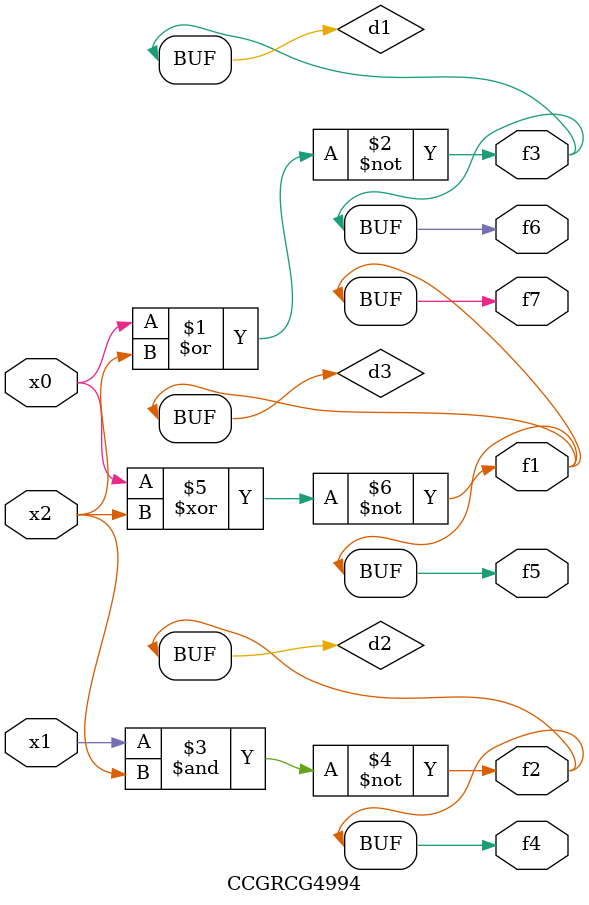
<source format=v>
module CCGRCG4994(
	input x0, x1, x2,
	output f1, f2, f3, f4, f5, f6, f7
);

	wire d1, d2, d3;

	nor (d1, x0, x2);
	nand (d2, x1, x2);
	xnor (d3, x0, x2);
	assign f1 = d3;
	assign f2 = d2;
	assign f3 = d1;
	assign f4 = d2;
	assign f5 = d3;
	assign f6 = d1;
	assign f7 = d3;
endmodule

</source>
